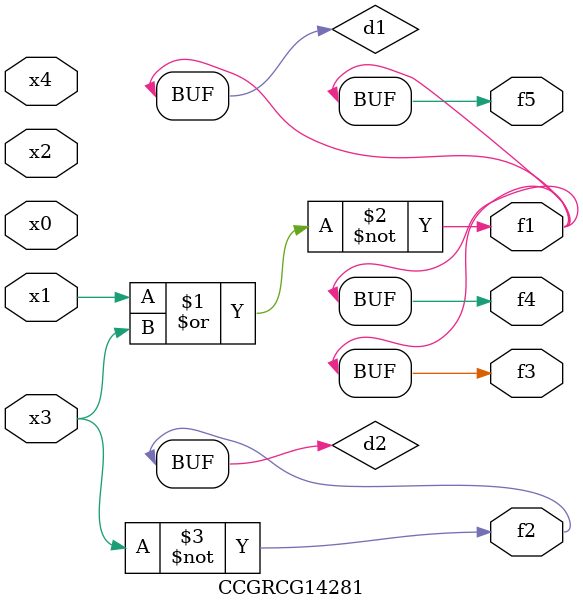
<source format=v>
module CCGRCG14281(
	input x0, x1, x2, x3, x4,
	output f1, f2, f3, f4, f5
);

	wire d1, d2;

	nor (d1, x1, x3);
	not (d2, x3);
	assign f1 = d1;
	assign f2 = d2;
	assign f3 = d1;
	assign f4 = d1;
	assign f5 = d1;
endmodule

</source>
